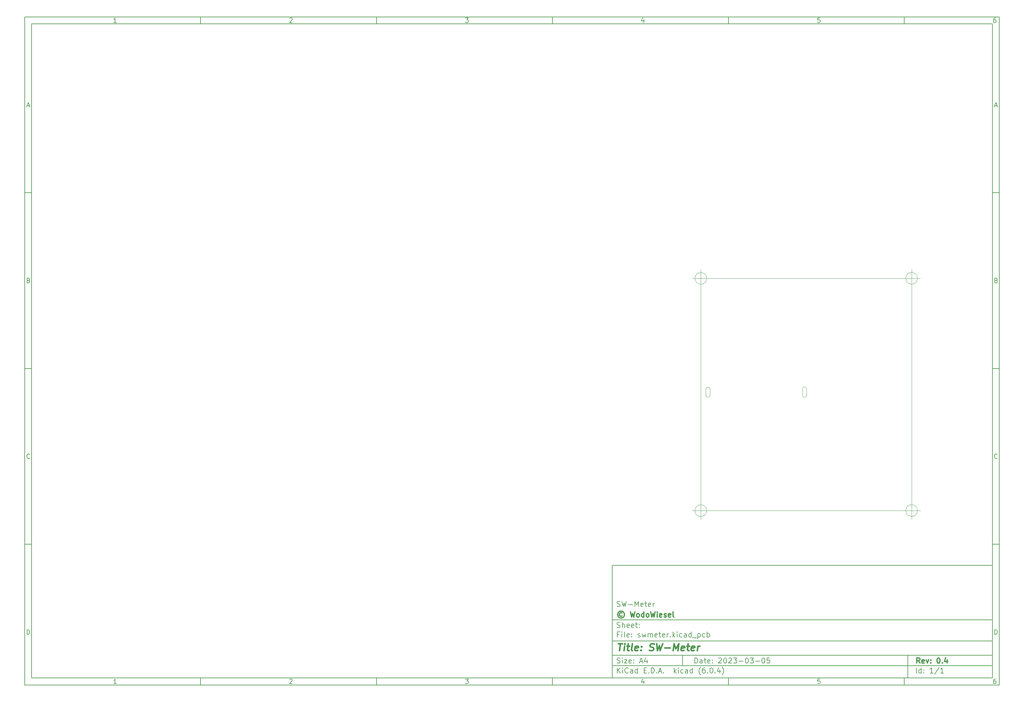
<source format=gbr>
%TF.GenerationSoftware,KiCad,Pcbnew,(6.0.4)*%
%TF.CreationDate,2023-03-04T18:32:15+01:00*%
%TF.ProjectId,swmeter,73776d65-7465-4722-9e6b-696361645f70,0.4*%
%TF.SameCoordinates,PXc0c6960PY8f71310*%
%TF.FileFunction,AssemblyDrawing,Bot*%
%FSLAX46Y46*%
G04 Gerber Fmt 4.6, Leading zero omitted, Abs format (unit mm)*
G04 Created by KiCad (PCBNEW (6.0.4)) date 2023-03-04 18:32:15*
%MOMM*%
%LPD*%
G01*
G04 APERTURE LIST*
%ADD10C,0.100000*%
%ADD11C,0.150000*%
%ADD12C,0.300000*%
%ADD13C,0.400000*%
%TA.AperFunction,Profile*%
%ADD14C,0.100000*%
%TD*%
G04 APERTURE END LIST*
D10*
D11*
X-25137800Y-15597200D02*
X-25137800Y-47597200D01*
X82862200Y-47597200D01*
X82862200Y-15597200D01*
X-25137800Y-15597200D01*
D10*
D11*
X-192140000Y140410000D02*
X-192140000Y-49597200D01*
X84862200Y-49597200D01*
X84862200Y140410000D01*
X-192140000Y140410000D01*
D10*
D11*
X-190140000Y138410000D02*
X-190140000Y-47597200D01*
X82862200Y-47597200D01*
X82862200Y138410000D01*
X-190140000Y138410000D01*
D10*
D11*
X-142140000Y138410000D02*
X-142140000Y140410000D01*
D10*
D11*
X-92140000Y138410000D02*
X-92140000Y140410000D01*
D10*
D11*
X-42140000Y138410000D02*
X-42140000Y140410000D01*
D10*
D11*
X7860000Y138410000D02*
X7860000Y140410000D01*
D10*
D11*
X57860000Y138410000D02*
X57860000Y140410000D01*
D10*
D11*
X-166074524Y138821905D02*
X-166817381Y138821905D01*
X-166445953Y138821905D02*
X-166445953Y140121905D01*
X-166569762Y139936191D01*
X-166693572Y139812381D01*
X-166817381Y139750477D01*
D10*
D11*
X-116817381Y139998096D02*
X-116755477Y140060000D01*
X-116631667Y140121905D01*
X-116322143Y140121905D01*
X-116198334Y140060000D01*
X-116136429Y139998096D01*
X-116074524Y139874286D01*
X-116074524Y139750477D01*
X-116136429Y139564762D01*
X-116879286Y138821905D01*
X-116074524Y138821905D01*
D10*
D11*
X-66879286Y140121905D02*
X-66074524Y140121905D01*
X-66507858Y139626667D01*
X-66322143Y139626667D01*
X-66198334Y139564762D01*
X-66136429Y139502858D01*
X-66074524Y139379048D01*
X-66074524Y139069524D01*
X-66136429Y138945715D01*
X-66198334Y138883810D01*
X-66322143Y138821905D01*
X-66693572Y138821905D01*
X-66817381Y138883810D01*
X-66879286Y138945715D01*
D10*
D11*
X-16198334Y139688572D02*
X-16198334Y138821905D01*
X-16507858Y140183810D02*
X-16817381Y139255239D01*
X-16012620Y139255239D01*
D10*
D11*
X33863571Y140121905D02*
X33244523Y140121905D01*
X33182619Y139502858D01*
X33244523Y139564762D01*
X33368333Y139626667D01*
X33677857Y139626667D01*
X33801666Y139564762D01*
X33863571Y139502858D01*
X33925476Y139379048D01*
X33925476Y139069524D01*
X33863571Y138945715D01*
X33801666Y138883810D01*
X33677857Y138821905D01*
X33368333Y138821905D01*
X33244523Y138883810D01*
X33182619Y138945715D01*
D10*
D11*
X83801666Y140121905D02*
X83554047Y140121905D01*
X83430238Y140060000D01*
X83368333Y139998096D01*
X83244523Y139812381D01*
X83182619Y139564762D01*
X83182619Y139069524D01*
X83244523Y138945715D01*
X83306428Y138883810D01*
X83430238Y138821905D01*
X83677857Y138821905D01*
X83801666Y138883810D01*
X83863571Y138945715D01*
X83925476Y139069524D01*
X83925476Y139379048D01*
X83863571Y139502858D01*
X83801666Y139564762D01*
X83677857Y139626667D01*
X83430238Y139626667D01*
X83306428Y139564762D01*
X83244523Y139502858D01*
X83182619Y139379048D01*
D10*
D11*
X-142140000Y-47597200D02*
X-142140000Y-49597200D01*
D10*
D11*
X-92140000Y-47597200D02*
X-92140000Y-49597200D01*
D10*
D11*
X-42140000Y-47597200D02*
X-42140000Y-49597200D01*
D10*
D11*
X7860000Y-47597200D02*
X7860000Y-49597200D01*
D10*
D11*
X57860000Y-47597200D02*
X57860000Y-49597200D01*
D10*
D11*
X-166074524Y-49185295D02*
X-166817381Y-49185295D01*
X-166445953Y-49185295D02*
X-166445953Y-47885295D01*
X-166569762Y-48071009D01*
X-166693572Y-48194819D01*
X-166817381Y-48256723D01*
D10*
D11*
X-116817381Y-48009104D02*
X-116755477Y-47947200D01*
X-116631667Y-47885295D01*
X-116322143Y-47885295D01*
X-116198334Y-47947200D01*
X-116136429Y-48009104D01*
X-116074524Y-48132914D01*
X-116074524Y-48256723D01*
X-116136429Y-48442438D01*
X-116879286Y-49185295D01*
X-116074524Y-49185295D01*
D10*
D11*
X-66879286Y-47885295D02*
X-66074524Y-47885295D01*
X-66507858Y-48380533D01*
X-66322143Y-48380533D01*
X-66198334Y-48442438D01*
X-66136429Y-48504342D01*
X-66074524Y-48628152D01*
X-66074524Y-48937676D01*
X-66136429Y-49061485D01*
X-66198334Y-49123390D01*
X-66322143Y-49185295D01*
X-66693572Y-49185295D01*
X-66817381Y-49123390D01*
X-66879286Y-49061485D01*
D10*
D11*
X-16198334Y-48318628D02*
X-16198334Y-49185295D01*
X-16507858Y-47823390D02*
X-16817381Y-48751961D01*
X-16012620Y-48751961D01*
D10*
D11*
X33863571Y-47885295D02*
X33244523Y-47885295D01*
X33182619Y-48504342D01*
X33244523Y-48442438D01*
X33368333Y-48380533D01*
X33677857Y-48380533D01*
X33801666Y-48442438D01*
X33863571Y-48504342D01*
X33925476Y-48628152D01*
X33925476Y-48937676D01*
X33863571Y-49061485D01*
X33801666Y-49123390D01*
X33677857Y-49185295D01*
X33368333Y-49185295D01*
X33244523Y-49123390D01*
X33182619Y-49061485D01*
D10*
D11*
X83801666Y-47885295D02*
X83554047Y-47885295D01*
X83430238Y-47947200D01*
X83368333Y-48009104D01*
X83244523Y-48194819D01*
X83182619Y-48442438D01*
X83182619Y-48937676D01*
X83244523Y-49061485D01*
X83306428Y-49123390D01*
X83430238Y-49185295D01*
X83677857Y-49185295D01*
X83801666Y-49123390D01*
X83863571Y-49061485D01*
X83925476Y-48937676D01*
X83925476Y-48628152D01*
X83863571Y-48504342D01*
X83801666Y-48442438D01*
X83677857Y-48380533D01*
X83430238Y-48380533D01*
X83306428Y-48442438D01*
X83244523Y-48504342D01*
X83182619Y-48628152D01*
D10*
D11*
X-192140000Y90410000D02*
X-190140000Y90410000D01*
D10*
D11*
X-192140000Y40410000D02*
X-190140000Y40410000D01*
D10*
D11*
X-192140000Y-9590000D02*
X-190140000Y-9590000D01*
D10*
D11*
X-191449524Y115193334D02*
X-190830477Y115193334D01*
X-191573334Y114821905D02*
X-191140000Y116121905D01*
X-190706667Y114821905D01*
D10*
D11*
X-191047143Y65502858D02*
X-190861429Y65440953D01*
X-190799524Y65379048D01*
X-190737620Y65255239D01*
X-190737620Y65069524D01*
X-190799524Y64945715D01*
X-190861429Y64883810D01*
X-190985239Y64821905D01*
X-191480477Y64821905D01*
X-191480477Y66121905D01*
X-191047143Y66121905D01*
X-190923334Y66060000D01*
X-190861429Y65998096D01*
X-190799524Y65874286D01*
X-190799524Y65750477D01*
X-190861429Y65626667D01*
X-190923334Y65564762D01*
X-191047143Y65502858D01*
X-191480477Y65502858D01*
D10*
D11*
X-190737620Y14945715D02*
X-190799524Y14883810D01*
X-190985239Y14821905D01*
X-191109048Y14821905D01*
X-191294762Y14883810D01*
X-191418572Y15007620D01*
X-191480477Y15131429D01*
X-191542381Y15379048D01*
X-191542381Y15564762D01*
X-191480477Y15812381D01*
X-191418572Y15936191D01*
X-191294762Y16060000D01*
X-191109048Y16121905D01*
X-190985239Y16121905D01*
X-190799524Y16060000D01*
X-190737620Y15998096D01*
D10*
D11*
X-191480477Y-35178095D02*
X-191480477Y-33878095D01*
X-191170953Y-33878095D01*
X-190985239Y-33940000D01*
X-190861429Y-34063809D01*
X-190799524Y-34187619D01*
X-190737620Y-34435238D01*
X-190737620Y-34620952D01*
X-190799524Y-34868571D01*
X-190861429Y-34992380D01*
X-190985239Y-35116190D01*
X-191170953Y-35178095D01*
X-191480477Y-35178095D01*
D10*
D11*
X84862200Y90410000D02*
X82862200Y90410000D01*
D10*
D11*
X84862200Y40410000D02*
X82862200Y40410000D01*
D10*
D11*
X84862200Y-9590000D02*
X82862200Y-9590000D01*
D10*
D11*
X83552676Y115193334D02*
X84171723Y115193334D01*
X83428866Y114821905D02*
X83862200Y116121905D01*
X84295533Y114821905D01*
D10*
D11*
X83955057Y65502858D02*
X84140771Y65440953D01*
X84202676Y65379048D01*
X84264580Y65255239D01*
X84264580Y65069524D01*
X84202676Y64945715D01*
X84140771Y64883810D01*
X84016961Y64821905D01*
X83521723Y64821905D01*
X83521723Y66121905D01*
X83955057Y66121905D01*
X84078866Y66060000D01*
X84140771Y65998096D01*
X84202676Y65874286D01*
X84202676Y65750477D01*
X84140771Y65626667D01*
X84078866Y65564762D01*
X83955057Y65502858D01*
X83521723Y65502858D01*
D10*
D11*
X84264580Y14945715D02*
X84202676Y14883810D01*
X84016961Y14821905D01*
X83893152Y14821905D01*
X83707438Y14883810D01*
X83583628Y15007620D01*
X83521723Y15131429D01*
X83459819Y15379048D01*
X83459819Y15564762D01*
X83521723Y15812381D01*
X83583628Y15936191D01*
X83707438Y16060000D01*
X83893152Y16121905D01*
X84016961Y16121905D01*
X84202676Y16060000D01*
X84264580Y15998096D01*
D10*
D11*
X83521723Y-35178095D02*
X83521723Y-33878095D01*
X83831247Y-33878095D01*
X84016961Y-33940000D01*
X84140771Y-34063809D01*
X84202676Y-34187619D01*
X84264580Y-34435238D01*
X84264580Y-34620952D01*
X84202676Y-34868571D01*
X84140771Y-34992380D01*
X84016961Y-35116190D01*
X83831247Y-35178095D01*
X83521723Y-35178095D01*
D10*
D11*
X-1705658Y-43375771D02*
X-1705658Y-41875771D01*
X-1348515Y-41875771D01*
X-1134229Y-41947200D01*
X-991372Y-42090057D01*
X-919943Y-42232914D01*
X-848515Y-42518628D01*
X-848515Y-42732914D01*
X-919943Y-43018628D01*
X-991372Y-43161485D01*
X-1134229Y-43304342D01*
X-1348515Y-43375771D01*
X-1705658Y-43375771D01*
X437200Y-43375771D02*
X437200Y-42590057D01*
X365771Y-42447200D01*
X222914Y-42375771D01*
X-62800Y-42375771D01*
X-205658Y-42447200D01*
X437200Y-43304342D02*
X294342Y-43375771D01*
X-62800Y-43375771D01*
X-205658Y-43304342D01*
X-277086Y-43161485D01*
X-277086Y-43018628D01*
X-205658Y-42875771D01*
X-62800Y-42804342D01*
X294342Y-42804342D01*
X437200Y-42732914D01*
X937200Y-42375771D02*
X1508628Y-42375771D01*
X1151485Y-41875771D02*
X1151485Y-43161485D01*
X1222914Y-43304342D01*
X1365771Y-43375771D01*
X1508628Y-43375771D01*
X2580057Y-43304342D02*
X2437200Y-43375771D01*
X2151485Y-43375771D01*
X2008628Y-43304342D01*
X1937200Y-43161485D01*
X1937200Y-42590057D01*
X2008628Y-42447200D01*
X2151485Y-42375771D01*
X2437200Y-42375771D01*
X2580057Y-42447200D01*
X2651485Y-42590057D01*
X2651485Y-42732914D01*
X1937200Y-42875771D01*
X3294342Y-43232914D02*
X3365771Y-43304342D01*
X3294342Y-43375771D01*
X3222914Y-43304342D01*
X3294342Y-43232914D01*
X3294342Y-43375771D01*
X3294342Y-42447200D02*
X3365771Y-42518628D01*
X3294342Y-42590057D01*
X3222914Y-42518628D01*
X3294342Y-42447200D01*
X3294342Y-42590057D01*
X5080057Y-42018628D02*
X5151485Y-41947200D01*
X5294342Y-41875771D01*
X5651485Y-41875771D01*
X5794342Y-41947200D01*
X5865771Y-42018628D01*
X5937200Y-42161485D01*
X5937200Y-42304342D01*
X5865771Y-42518628D01*
X5008628Y-43375771D01*
X5937200Y-43375771D01*
X6865771Y-41875771D02*
X7008628Y-41875771D01*
X7151485Y-41947200D01*
X7222914Y-42018628D01*
X7294342Y-42161485D01*
X7365771Y-42447200D01*
X7365771Y-42804342D01*
X7294342Y-43090057D01*
X7222914Y-43232914D01*
X7151485Y-43304342D01*
X7008628Y-43375771D01*
X6865771Y-43375771D01*
X6722914Y-43304342D01*
X6651485Y-43232914D01*
X6580057Y-43090057D01*
X6508628Y-42804342D01*
X6508628Y-42447200D01*
X6580057Y-42161485D01*
X6651485Y-42018628D01*
X6722914Y-41947200D01*
X6865771Y-41875771D01*
X7937200Y-42018628D02*
X8008628Y-41947200D01*
X8151485Y-41875771D01*
X8508628Y-41875771D01*
X8651485Y-41947200D01*
X8722914Y-42018628D01*
X8794342Y-42161485D01*
X8794342Y-42304342D01*
X8722914Y-42518628D01*
X7865771Y-43375771D01*
X8794342Y-43375771D01*
X9294342Y-41875771D02*
X10222914Y-41875771D01*
X9722914Y-42447200D01*
X9937200Y-42447200D01*
X10080057Y-42518628D01*
X10151485Y-42590057D01*
X10222914Y-42732914D01*
X10222914Y-43090057D01*
X10151485Y-43232914D01*
X10080057Y-43304342D01*
X9937200Y-43375771D01*
X9508628Y-43375771D01*
X9365771Y-43304342D01*
X9294342Y-43232914D01*
X10865771Y-42804342D02*
X12008628Y-42804342D01*
X13008628Y-41875771D02*
X13151485Y-41875771D01*
X13294342Y-41947200D01*
X13365771Y-42018628D01*
X13437200Y-42161485D01*
X13508628Y-42447200D01*
X13508628Y-42804342D01*
X13437200Y-43090057D01*
X13365771Y-43232914D01*
X13294342Y-43304342D01*
X13151485Y-43375771D01*
X13008628Y-43375771D01*
X12865771Y-43304342D01*
X12794342Y-43232914D01*
X12722914Y-43090057D01*
X12651485Y-42804342D01*
X12651485Y-42447200D01*
X12722914Y-42161485D01*
X12794342Y-42018628D01*
X12865771Y-41947200D01*
X13008628Y-41875771D01*
X14008628Y-41875771D02*
X14937200Y-41875771D01*
X14437200Y-42447200D01*
X14651485Y-42447200D01*
X14794342Y-42518628D01*
X14865771Y-42590057D01*
X14937200Y-42732914D01*
X14937200Y-43090057D01*
X14865771Y-43232914D01*
X14794342Y-43304342D01*
X14651485Y-43375771D01*
X14222914Y-43375771D01*
X14080057Y-43304342D01*
X14008628Y-43232914D01*
X15580057Y-42804342D02*
X16722914Y-42804342D01*
X17722914Y-41875771D02*
X17865771Y-41875771D01*
X18008628Y-41947200D01*
X18080057Y-42018628D01*
X18151485Y-42161485D01*
X18222914Y-42447200D01*
X18222914Y-42804342D01*
X18151485Y-43090057D01*
X18080057Y-43232914D01*
X18008628Y-43304342D01*
X17865771Y-43375771D01*
X17722914Y-43375771D01*
X17580057Y-43304342D01*
X17508628Y-43232914D01*
X17437200Y-43090057D01*
X17365771Y-42804342D01*
X17365771Y-42447200D01*
X17437200Y-42161485D01*
X17508628Y-42018628D01*
X17580057Y-41947200D01*
X17722914Y-41875771D01*
X19580057Y-41875771D02*
X18865771Y-41875771D01*
X18794342Y-42590057D01*
X18865771Y-42518628D01*
X19008628Y-42447200D01*
X19365771Y-42447200D01*
X19508628Y-42518628D01*
X19580057Y-42590057D01*
X19651485Y-42732914D01*
X19651485Y-43090057D01*
X19580057Y-43232914D01*
X19508628Y-43304342D01*
X19365771Y-43375771D01*
X19008628Y-43375771D01*
X18865771Y-43304342D01*
X18794342Y-43232914D01*
D10*
D11*
X-25137800Y-44097200D02*
X82862200Y-44097200D01*
D10*
D11*
X-23705658Y-46175771D02*
X-23705658Y-44675771D01*
X-22848515Y-46175771D02*
X-23491372Y-45318628D01*
X-22848515Y-44675771D02*
X-23705658Y-45532914D01*
X-22205658Y-46175771D02*
X-22205658Y-45175771D01*
X-22205658Y-44675771D02*
X-22277086Y-44747200D01*
X-22205658Y-44818628D01*
X-22134229Y-44747200D01*
X-22205658Y-44675771D01*
X-22205658Y-44818628D01*
X-20634229Y-46032914D02*
X-20705658Y-46104342D01*
X-20919943Y-46175771D01*
X-21062800Y-46175771D01*
X-21277086Y-46104342D01*
X-21419943Y-45961485D01*
X-21491372Y-45818628D01*
X-21562800Y-45532914D01*
X-21562800Y-45318628D01*
X-21491372Y-45032914D01*
X-21419943Y-44890057D01*
X-21277086Y-44747200D01*
X-21062800Y-44675771D01*
X-20919943Y-44675771D01*
X-20705658Y-44747200D01*
X-20634229Y-44818628D01*
X-19348515Y-46175771D02*
X-19348515Y-45390057D01*
X-19419943Y-45247200D01*
X-19562800Y-45175771D01*
X-19848515Y-45175771D01*
X-19991372Y-45247200D01*
X-19348515Y-46104342D02*
X-19491372Y-46175771D01*
X-19848515Y-46175771D01*
X-19991372Y-46104342D01*
X-20062800Y-45961485D01*
X-20062800Y-45818628D01*
X-19991372Y-45675771D01*
X-19848515Y-45604342D01*
X-19491372Y-45604342D01*
X-19348515Y-45532914D01*
X-17991372Y-46175771D02*
X-17991372Y-44675771D01*
X-17991372Y-46104342D02*
X-18134229Y-46175771D01*
X-18419943Y-46175771D01*
X-18562800Y-46104342D01*
X-18634229Y-46032914D01*
X-18705658Y-45890057D01*
X-18705658Y-45461485D01*
X-18634229Y-45318628D01*
X-18562800Y-45247200D01*
X-18419943Y-45175771D01*
X-18134229Y-45175771D01*
X-17991372Y-45247200D01*
X-16134229Y-45390057D02*
X-15634229Y-45390057D01*
X-15419943Y-46175771D02*
X-16134229Y-46175771D01*
X-16134229Y-44675771D01*
X-15419943Y-44675771D01*
X-14777086Y-46032914D02*
X-14705658Y-46104342D01*
X-14777086Y-46175771D01*
X-14848515Y-46104342D01*
X-14777086Y-46032914D01*
X-14777086Y-46175771D01*
X-14062800Y-46175771D02*
X-14062800Y-44675771D01*
X-13705658Y-44675771D01*
X-13491372Y-44747200D01*
X-13348515Y-44890057D01*
X-13277086Y-45032914D01*
X-13205658Y-45318628D01*
X-13205658Y-45532914D01*
X-13277086Y-45818628D01*
X-13348515Y-45961485D01*
X-13491372Y-46104342D01*
X-13705658Y-46175771D01*
X-14062800Y-46175771D01*
X-12562800Y-46032914D02*
X-12491372Y-46104342D01*
X-12562800Y-46175771D01*
X-12634229Y-46104342D01*
X-12562800Y-46032914D01*
X-12562800Y-46175771D01*
X-11919943Y-45747200D02*
X-11205658Y-45747200D01*
X-12062800Y-46175771D02*
X-11562800Y-44675771D01*
X-11062800Y-46175771D01*
X-10562800Y-46032914D02*
X-10491372Y-46104342D01*
X-10562800Y-46175771D01*
X-10634229Y-46104342D01*
X-10562800Y-46032914D01*
X-10562800Y-46175771D01*
X-7562800Y-46175771D02*
X-7562800Y-44675771D01*
X-7419943Y-45604342D02*
X-6991372Y-46175771D01*
X-6991372Y-45175771D02*
X-7562800Y-45747200D01*
X-6348515Y-46175771D02*
X-6348515Y-45175771D01*
X-6348515Y-44675771D02*
X-6419943Y-44747200D01*
X-6348515Y-44818628D01*
X-6277086Y-44747200D01*
X-6348515Y-44675771D01*
X-6348515Y-44818628D01*
X-4991372Y-46104342D02*
X-5134229Y-46175771D01*
X-5419943Y-46175771D01*
X-5562800Y-46104342D01*
X-5634229Y-46032914D01*
X-5705658Y-45890057D01*
X-5705658Y-45461485D01*
X-5634229Y-45318628D01*
X-5562800Y-45247200D01*
X-5419943Y-45175771D01*
X-5134229Y-45175771D01*
X-4991372Y-45247200D01*
X-3705658Y-46175771D02*
X-3705658Y-45390057D01*
X-3777086Y-45247200D01*
X-3919943Y-45175771D01*
X-4205658Y-45175771D01*
X-4348515Y-45247200D01*
X-3705658Y-46104342D02*
X-3848515Y-46175771D01*
X-4205658Y-46175771D01*
X-4348515Y-46104342D01*
X-4419943Y-45961485D01*
X-4419943Y-45818628D01*
X-4348515Y-45675771D01*
X-4205658Y-45604342D01*
X-3848515Y-45604342D01*
X-3705658Y-45532914D01*
X-2348515Y-46175771D02*
X-2348515Y-44675771D01*
X-2348515Y-46104342D02*
X-2491372Y-46175771D01*
X-2777086Y-46175771D01*
X-2919943Y-46104342D01*
X-2991372Y-46032914D01*
X-3062800Y-45890057D01*
X-3062800Y-45461485D01*
X-2991372Y-45318628D01*
X-2919943Y-45247200D01*
X-2777086Y-45175771D01*
X-2491372Y-45175771D01*
X-2348515Y-45247200D01*
X-62800Y-46747200D02*
X-134229Y-46675771D01*
X-277086Y-46461485D01*
X-348515Y-46318628D01*
X-419943Y-46104342D01*
X-491372Y-45747200D01*
X-491372Y-45461485D01*
X-419943Y-45104342D01*
X-348515Y-44890057D01*
X-277086Y-44747200D01*
X-134229Y-44532914D01*
X-62800Y-44461485D01*
X1151485Y-44675771D02*
X865771Y-44675771D01*
X722914Y-44747200D01*
X651485Y-44818628D01*
X508628Y-45032914D01*
X437200Y-45318628D01*
X437200Y-45890057D01*
X508628Y-46032914D01*
X580057Y-46104342D01*
X722914Y-46175771D01*
X1008628Y-46175771D01*
X1151485Y-46104342D01*
X1222914Y-46032914D01*
X1294342Y-45890057D01*
X1294342Y-45532914D01*
X1222914Y-45390057D01*
X1151485Y-45318628D01*
X1008628Y-45247200D01*
X722914Y-45247200D01*
X580057Y-45318628D01*
X508628Y-45390057D01*
X437200Y-45532914D01*
X1937200Y-46032914D02*
X2008628Y-46104342D01*
X1937200Y-46175771D01*
X1865771Y-46104342D01*
X1937200Y-46032914D01*
X1937200Y-46175771D01*
X2937200Y-44675771D02*
X3080057Y-44675771D01*
X3222914Y-44747200D01*
X3294342Y-44818628D01*
X3365771Y-44961485D01*
X3437200Y-45247200D01*
X3437200Y-45604342D01*
X3365771Y-45890057D01*
X3294342Y-46032914D01*
X3222914Y-46104342D01*
X3080057Y-46175771D01*
X2937200Y-46175771D01*
X2794342Y-46104342D01*
X2722914Y-46032914D01*
X2651485Y-45890057D01*
X2580057Y-45604342D01*
X2580057Y-45247200D01*
X2651485Y-44961485D01*
X2722914Y-44818628D01*
X2794342Y-44747200D01*
X2937200Y-44675771D01*
X4080057Y-46032914D02*
X4151485Y-46104342D01*
X4080057Y-46175771D01*
X4008628Y-46104342D01*
X4080057Y-46032914D01*
X4080057Y-46175771D01*
X5437200Y-45175771D02*
X5437200Y-46175771D01*
X5080057Y-44604342D02*
X4722914Y-45675771D01*
X5651485Y-45675771D01*
X6080057Y-46747200D02*
X6151485Y-46675771D01*
X6294342Y-46461485D01*
X6365771Y-46318628D01*
X6437200Y-46104342D01*
X6508628Y-45747200D01*
X6508628Y-45461485D01*
X6437200Y-45104342D01*
X6365771Y-44890057D01*
X6294342Y-44747200D01*
X6151485Y-44532914D01*
X6080057Y-44461485D01*
D10*
D11*
X-25137800Y-41097200D02*
X82862200Y-41097200D01*
D10*
D12*
X62271485Y-43375771D02*
X61771485Y-42661485D01*
X61414342Y-43375771D02*
X61414342Y-41875771D01*
X61985771Y-41875771D01*
X62128628Y-41947200D01*
X62200057Y-42018628D01*
X62271485Y-42161485D01*
X62271485Y-42375771D01*
X62200057Y-42518628D01*
X62128628Y-42590057D01*
X61985771Y-42661485D01*
X61414342Y-42661485D01*
X63485771Y-43304342D02*
X63342914Y-43375771D01*
X63057200Y-43375771D01*
X62914342Y-43304342D01*
X62842914Y-43161485D01*
X62842914Y-42590057D01*
X62914342Y-42447200D01*
X63057200Y-42375771D01*
X63342914Y-42375771D01*
X63485771Y-42447200D01*
X63557200Y-42590057D01*
X63557200Y-42732914D01*
X62842914Y-42875771D01*
X64057200Y-42375771D02*
X64414342Y-43375771D01*
X64771485Y-42375771D01*
X65342914Y-43232914D02*
X65414342Y-43304342D01*
X65342914Y-43375771D01*
X65271485Y-43304342D01*
X65342914Y-43232914D01*
X65342914Y-43375771D01*
X65342914Y-42447200D02*
X65414342Y-42518628D01*
X65342914Y-42590057D01*
X65271485Y-42518628D01*
X65342914Y-42447200D01*
X65342914Y-42590057D01*
X67485771Y-41875771D02*
X67628628Y-41875771D01*
X67771485Y-41947200D01*
X67842914Y-42018628D01*
X67914342Y-42161485D01*
X67985771Y-42447200D01*
X67985771Y-42804342D01*
X67914342Y-43090057D01*
X67842914Y-43232914D01*
X67771485Y-43304342D01*
X67628628Y-43375771D01*
X67485771Y-43375771D01*
X67342914Y-43304342D01*
X67271485Y-43232914D01*
X67200057Y-43090057D01*
X67128628Y-42804342D01*
X67128628Y-42447200D01*
X67200057Y-42161485D01*
X67271485Y-42018628D01*
X67342914Y-41947200D01*
X67485771Y-41875771D01*
X68628628Y-43232914D02*
X68700057Y-43304342D01*
X68628628Y-43375771D01*
X68557200Y-43304342D01*
X68628628Y-43232914D01*
X68628628Y-43375771D01*
X69985771Y-42375771D02*
X69985771Y-43375771D01*
X69628628Y-41804342D02*
X69271485Y-42875771D01*
X70200057Y-42875771D01*
D10*
D11*
X-23777086Y-43304342D02*
X-23562800Y-43375771D01*
X-23205658Y-43375771D01*
X-23062800Y-43304342D01*
X-22991372Y-43232914D01*
X-22919943Y-43090057D01*
X-22919943Y-42947200D01*
X-22991372Y-42804342D01*
X-23062800Y-42732914D01*
X-23205658Y-42661485D01*
X-23491372Y-42590057D01*
X-23634229Y-42518628D01*
X-23705658Y-42447200D01*
X-23777086Y-42304342D01*
X-23777086Y-42161485D01*
X-23705658Y-42018628D01*
X-23634229Y-41947200D01*
X-23491372Y-41875771D01*
X-23134229Y-41875771D01*
X-22919943Y-41947200D01*
X-22277086Y-43375771D02*
X-22277086Y-42375771D01*
X-22277086Y-41875771D02*
X-22348515Y-41947200D01*
X-22277086Y-42018628D01*
X-22205658Y-41947200D01*
X-22277086Y-41875771D01*
X-22277086Y-42018628D01*
X-21705658Y-42375771D02*
X-20919943Y-42375771D01*
X-21705658Y-43375771D01*
X-20919943Y-43375771D01*
X-19777086Y-43304342D02*
X-19919943Y-43375771D01*
X-20205658Y-43375771D01*
X-20348515Y-43304342D01*
X-20419943Y-43161485D01*
X-20419943Y-42590057D01*
X-20348515Y-42447200D01*
X-20205658Y-42375771D01*
X-19919943Y-42375771D01*
X-19777086Y-42447200D01*
X-19705658Y-42590057D01*
X-19705658Y-42732914D01*
X-20419943Y-42875771D01*
X-19062800Y-43232914D02*
X-18991372Y-43304342D01*
X-19062800Y-43375771D01*
X-19134229Y-43304342D01*
X-19062800Y-43232914D01*
X-19062800Y-43375771D01*
X-19062800Y-42447200D02*
X-18991372Y-42518628D01*
X-19062800Y-42590057D01*
X-19134229Y-42518628D01*
X-19062800Y-42447200D01*
X-19062800Y-42590057D01*
X-17277086Y-42947200D02*
X-16562800Y-42947200D01*
X-17419943Y-43375771D02*
X-16919943Y-41875771D01*
X-16419943Y-43375771D01*
X-15277086Y-42375771D02*
X-15277086Y-43375771D01*
X-15634229Y-41804342D02*
X-15991372Y-42875771D01*
X-15062800Y-42875771D01*
D10*
D11*
X61294342Y-46175771D02*
X61294342Y-44675771D01*
X62651485Y-46175771D02*
X62651485Y-44675771D01*
X62651485Y-46104342D02*
X62508628Y-46175771D01*
X62222914Y-46175771D01*
X62080057Y-46104342D01*
X62008628Y-46032914D01*
X61937200Y-45890057D01*
X61937200Y-45461485D01*
X62008628Y-45318628D01*
X62080057Y-45247200D01*
X62222914Y-45175771D01*
X62508628Y-45175771D01*
X62651485Y-45247200D01*
X63365771Y-46032914D02*
X63437200Y-46104342D01*
X63365771Y-46175771D01*
X63294342Y-46104342D01*
X63365771Y-46032914D01*
X63365771Y-46175771D01*
X63365771Y-45247200D02*
X63437200Y-45318628D01*
X63365771Y-45390057D01*
X63294342Y-45318628D01*
X63365771Y-45247200D01*
X63365771Y-45390057D01*
X66008628Y-46175771D02*
X65151485Y-46175771D01*
X65580057Y-46175771D02*
X65580057Y-44675771D01*
X65437200Y-44890057D01*
X65294342Y-45032914D01*
X65151485Y-45104342D01*
X67722914Y-44604342D02*
X66437200Y-46532914D01*
X69008628Y-46175771D02*
X68151485Y-46175771D01*
X68580057Y-46175771D02*
X68580057Y-44675771D01*
X68437200Y-44890057D01*
X68294342Y-45032914D01*
X68151485Y-45104342D01*
D10*
D11*
X-25137800Y-37097200D02*
X82862200Y-37097200D01*
D10*
D13*
X-23425420Y-37801961D02*
X-22282562Y-37801961D01*
X-23103991Y-39801961D02*
X-22853991Y-37801961D01*
X-21865896Y-39801961D02*
X-21699229Y-38468628D01*
X-21615896Y-37801961D02*
X-21723039Y-37897200D01*
X-21639705Y-37992438D01*
X-21532562Y-37897200D01*
X-21615896Y-37801961D01*
X-21639705Y-37992438D01*
X-21032562Y-38468628D02*
X-20270658Y-38468628D01*
X-20663515Y-37801961D02*
X-20877800Y-39516247D01*
X-20806372Y-39706723D01*
X-20627800Y-39801961D01*
X-20437324Y-39801961D01*
X-19484943Y-39801961D02*
X-19663515Y-39706723D01*
X-19734943Y-39516247D01*
X-19520658Y-37801961D01*
X-17949229Y-39706723D02*
X-18151610Y-39801961D01*
X-18532562Y-39801961D01*
X-18711134Y-39706723D01*
X-18782562Y-39516247D01*
X-18687324Y-38754342D01*
X-18568277Y-38563866D01*
X-18365896Y-38468628D01*
X-17984943Y-38468628D01*
X-17806372Y-38563866D01*
X-17734943Y-38754342D01*
X-17758753Y-38944819D01*
X-18734943Y-39135295D01*
X-16984943Y-39611485D02*
X-16901610Y-39706723D01*
X-17008753Y-39801961D01*
X-17092086Y-39706723D01*
X-16984943Y-39611485D01*
X-17008753Y-39801961D01*
X-16853991Y-38563866D02*
X-16770658Y-38659104D01*
X-16877800Y-38754342D01*
X-16961134Y-38659104D01*
X-16853991Y-38563866D01*
X-16877800Y-38754342D01*
X-14615896Y-39706723D02*
X-14342086Y-39801961D01*
X-13865896Y-39801961D01*
X-13663515Y-39706723D01*
X-13556372Y-39611485D01*
X-13437324Y-39421009D01*
X-13413515Y-39230533D01*
X-13484943Y-39040057D01*
X-13568277Y-38944819D01*
X-13746848Y-38849580D01*
X-14115896Y-38754342D01*
X-14294467Y-38659104D01*
X-14377800Y-38563866D01*
X-14449229Y-38373390D01*
X-14425420Y-38182914D01*
X-14306372Y-37992438D01*
X-14199229Y-37897200D01*
X-13996848Y-37801961D01*
X-13520658Y-37801961D01*
X-13246848Y-37897200D01*
X-12568277Y-37801961D02*
X-12342086Y-39801961D01*
X-11782562Y-38373390D01*
X-11580181Y-39801961D01*
X-10853991Y-37801961D01*
X-10246848Y-39040057D02*
X-8723039Y-39040057D01*
X-7865896Y-39801961D02*
X-7615896Y-37801961D01*
X-7127800Y-39230533D01*
X-6282562Y-37801961D01*
X-6532562Y-39801961D01*
X-4806372Y-39706723D02*
X-5008753Y-39801961D01*
X-5389705Y-39801961D01*
X-5568277Y-39706723D01*
X-5639705Y-39516247D01*
X-5544467Y-38754342D01*
X-5425420Y-38563866D01*
X-5223039Y-38468628D01*
X-4842086Y-38468628D01*
X-4663515Y-38563866D01*
X-4592086Y-38754342D01*
X-4615896Y-38944819D01*
X-5592086Y-39135295D01*
X-3984943Y-38468628D02*
X-3223039Y-38468628D01*
X-3615896Y-37801961D02*
X-3830181Y-39516247D01*
X-3758753Y-39706723D01*
X-3580181Y-39801961D01*
X-3389705Y-39801961D01*
X-1949229Y-39706723D02*
X-2151610Y-39801961D01*
X-2532562Y-39801961D01*
X-2711134Y-39706723D01*
X-2782562Y-39516247D01*
X-2687324Y-38754342D01*
X-2568277Y-38563866D01*
X-2365896Y-38468628D01*
X-1984943Y-38468628D01*
X-1806372Y-38563866D01*
X-1734943Y-38754342D01*
X-1758753Y-38944819D01*
X-2734943Y-39135295D01*
X-1008753Y-39801961D02*
X-842086Y-38468628D01*
X-889705Y-38849580D02*
X-770658Y-38659104D01*
X-663515Y-38563866D01*
X-461134Y-38468628D01*
X-270658Y-38468628D01*
D10*
D11*
X-23205658Y-35190057D02*
X-23705658Y-35190057D01*
X-23705658Y-35975771D02*
X-23705658Y-34475771D01*
X-22991372Y-34475771D01*
X-22419943Y-35975771D02*
X-22419943Y-34975771D01*
X-22419943Y-34475771D02*
X-22491372Y-34547200D01*
X-22419943Y-34618628D01*
X-22348515Y-34547200D01*
X-22419943Y-34475771D01*
X-22419943Y-34618628D01*
X-21491372Y-35975771D02*
X-21634229Y-35904342D01*
X-21705658Y-35761485D01*
X-21705658Y-34475771D01*
X-20348515Y-35904342D02*
X-20491372Y-35975771D01*
X-20777086Y-35975771D01*
X-20919943Y-35904342D01*
X-20991372Y-35761485D01*
X-20991372Y-35190057D01*
X-20919943Y-35047200D01*
X-20777086Y-34975771D01*
X-20491372Y-34975771D01*
X-20348515Y-35047200D01*
X-20277086Y-35190057D01*
X-20277086Y-35332914D01*
X-20991372Y-35475771D01*
X-19634229Y-35832914D02*
X-19562800Y-35904342D01*
X-19634229Y-35975771D01*
X-19705658Y-35904342D01*
X-19634229Y-35832914D01*
X-19634229Y-35975771D01*
X-19634229Y-35047200D02*
X-19562800Y-35118628D01*
X-19634229Y-35190057D01*
X-19705658Y-35118628D01*
X-19634229Y-35047200D01*
X-19634229Y-35190057D01*
X-17848515Y-35904342D02*
X-17705658Y-35975771D01*
X-17419943Y-35975771D01*
X-17277086Y-35904342D01*
X-17205658Y-35761485D01*
X-17205658Y-35690057D01*
X-17277086Y-35547200D01*
X-17419943Y-35475771D01*
X-17634229Y-35475771D01*
X-17777086Y-35404342D01*
X-17848515Y-35261485D01*
X-17848515Y-35190057D01*
X-17777086Y-35047200D01*
X-17634229Y-34975771D01*
X-17419943Y-34975771D01*
X-17277086Y-35047200D01*
X-16705658Y-34975771D02*
X-16419943Y-35975771D01*
X-16134229Y-35261485D01*
X-15848515Y-35975771D01*
X-15562800Y-34975771D01*
X-14991372Y-35975771D02*
X-14991372Y-34975771D01*
X-14991372Y-35118628D02*
X-14919943Y-35047200D01*
X-14777086Y-34975771D01*
X-14562800Y-34975771D01*
X-14419943Y-35047200D01*
X-14348515Y-35190057D01*
X-14348515Y-35975771D01*
X-14348515Y-35190057D02*
X-14277086Y-35047200D01*
X-14134229Y-34975771D01*
X-13919943Y-34975771D01*
X-13777086Y-35047200D01*
X-13705658Y-35190057D01*
X-13705658Y-35975771D01*
X-12419943Y-35904342D02*
X-12562800Y-35975771D01*
X-12848515Y-35975771D01*
X-12991372Y-35904342D01*
X-13062800Y-35761485D01*
X-13062800Y-35190057D01*
X-12991372Y-35047200D01*
X-12848515Y-34975771D01*
X-12562800Y-34975771D01*
X-12419943Y-35047200D01*
X-12348515Y-35190057D01*
X-12348515Y-35332914D01*
X-13062800Y-35475771D01*
X-11919943Y-34975771D02*
X-11348515Y-34975771D01*
X-11705658Y-34475771D02*
X-11705658Y-35761485D01*
X-11634229Y-35904342D01*
X-11491372Y-35975771D01*
X-11348515Y-35975771D01*
X-10277086Y-35904342D02*
X-10419943Y-35975771D01*
X-10705658Y-35975771D01*
X-10848515Y-35904342D01*
X-10919943Y-35761485D01*
X-10919943Y-35190057D01*
X-10848515Y-35047200D01*
X-10705658Y-34975771D01*
X-10419943Y-34975771D01*
X-10277086Y-35047200D01*
X-10205658Y-35190057D01*
X-10205658Y-35332914D01*
X-10919943Y-35475771D01*
X-9562800Y-35975771D02*
X-9562800Y-34975771D01*
X-9562800Y-35261485D02*
X-9491372Y-35118628D01*
X-9419943Y-35047200D01*
X-9277086Y-34975771D01*
X-9134229Y-34975771D01*
X-8634229Y-35832914D02*
X-8562800Y-35904342D01*
X-8634229Y-35975771D01*
X-8705658Y-35904342D01*
X-8634229Y-35832914D01*
X-8634229Y-35975771D01*
X-7919943Y-35975771D02*
X-7919943Y-34475771D01*
X-7777086Y-35404342D02*
X-7348515Y-35975771D01*
X-7348515Y-34975771D02*
X-7919943Y-35547200D01*
X-6705658Y-35975771D02*
X-6705658Y-34975771D01*
X-6705658Y-34475771D02*
X-6777086Y-34547200D01*
X-6705658Y-34618628D01*
X-6634229Y-34547200D01*
X-6705658Y-34475771D01*
X-6705658Y-34618628D01*
X-5348515Y-35904342D02*
X-5491372Y-35975771D01*
X-5777086Y-35975771D01*
X-5919943Y-35904342D01*
X-5991372Y-35832914D01*
X-6062800Y-35690057D01*
X-6062800Y-35261485D01*
X-5991372Y-35118628D01*
X-5919943Y-35047200D01*
X-5777086Y-34975771D01*
X-5491372Y-34975771D01*
X-5348515Y-35047200D01*
X-4062800Y-35975771D02*
X-4062800Y-35190057D01*
X-4134229Y-35047200D01*
X-4277086Y-34975771D01*
X-4562800Y-34975771D01*
X-4705658Y-35047200D01*
X-4062800Y-35904342D02*
X-4205658Y-35975771D01*
X-4562800Y-35975771D01*
X-4705658Y-35904342D01*
X-4777086Y-35761485D01*
X-4777086Y-35618628D01*
X-4705658Y-35475771D01*
X-4562800Y-35404342D01*
X-4205658Y-35404342D01*
X-4062800Y-35332914D01*
X-2705658Y-35975771D02*
X-2705658Y-34475771D01*
X-2705658Y-35904342D02*
X-2848515Y-35975771D01*
X-3134229Y-35975771D01*
X-3277086Y-35904342D01*
X-3348515Y-35832914D01*
X-3419943Y-35690057D01*
X-3419943Y-35261485D01*
X-3348515Y-35118628D01*
X-3277086Y-35047200D01*
X-3134229Y-34975771D01*
X-2848515Y-34975771D01*
X-2705658Y-35047200D01*
X-2348515Y-36118628D02*
X-1205658Y-36118628D01*
X-848515Y-34975771D02*
X-848515Y-36475771D01*
X-848515Y-35047200D02*
X-705658Y-34975771D01*
X-419943Y-34975771D01*
X-277086Y-35047200D01*
X-205658Y-35118628D01*
X-134229Y-35261485D01*
X-134229Y-35690057D01*
X-205658Y-35832914D01*
X-277086Y-35904342D01*
X-419943Y-35975771D01*
X-705658Y-35975771D01*
X-848515Y-35904342D01*
X1151485Y-35904342D02*
X1008628Y-35975771D01*
X722914Y-35975771D01*
X580057Y-35904342D01*
X508628Y-35832914D01*
X437200Y-35690057D01*
X437200Y-35261485D01*
X508628Y-35118628D01*
X580057Y-35047200D01*
X722914Y-34975771D01*
X1008628Y-34975771D01*
X1151485Y-35047200D01*
X1794342Y-35975771D02*
X1794342Y-34475771D01*
X1794342Y-35047200D02*
X1937200Y-34975771D01*
X2222914Y-34975771D01*
X2365771Y-35047200D01*
X2437200Y-35118628D01*
X2508628Y-35261485D01*
X2508628Y-35690057D01*
X2437200Y-35832914D01*
X2365771Y-35904342D01*
X2222914Y-35975771D01*
X1937200Y-35975771D01*
X1794342Y-35904342D01*
D10*
D11*
X-25137800Y-31097200D02*
X82862200Y-31097200D01*
D10*
D11*
X-23777086Y-33204342D02*
X-23562800Y-33275771D01*
X-23205658Y-33275771D01*
X-23062800Y-33204342D01*
X-22991372Y-33132914D01*
X-22919943Y-32990057D01*
X-22919943Y-32847200D01*
X-22991372Y-32704342D01*
X-23062800Y-32632914D01*
X-23205658Y-32561485D01*
X-23491372Y-32490057D01*
X-23634229Y-32418628D01*
X-23705658Y-32347200D01*
X-23777086Y-32204342D01*
X-23777086Y-32061485D01*
X-23705658Y-31918628D01*
X-23634229Y-31847200D01*
X-23491372Y-31775771D01*
X-23134229Y-31775771D01*
X-22919943Y-31847200D01*
X-22277086Y-33275771D02*
X-22277086Y-31775771D01*
X-21634229Y-33275771D02*
X-21634229Y-32490057D01*
X-21705658Y-32347200D01*
X-21848515Y-32275771D01*
X-22062800Y-32275771D01*
X-22205658Y-32347200D01*
X-22277086Y-32418628D01*
X-20348515Y-33204342D02*
X-20491372Y-33275771D01*
X-20777086Y-33275771D01*
X-20919943Y-33204342D01*
X-20991372Y-33061485D01*
X-20991372Y-32490057D01*
X-20919943Y-32347200D01*
X-20777086Y-32275771D01*
X-20491372Y-32275771D01*
X-20348515Y-32347200D01*
X-20277086Y-32490057D01*
X-20277086Y-32632914D01*
X-20991372Y-32775771D01*
X-19062800Y-33204342D02*
X-19205658Y-33275771D01*
X-19491372Y-33275771D01*
X-19634229Y-33204342D01*
X-19705658Y-33061485D01*
X-19705658Y-32490057D01*
X-19634229Y-32347200D01*
X-19491372Y-32275771D01*
X-19205658Y-32275771D01*
X-19062800Y-32347200D01*
X-18991372Y-32490057D01*
X-18991372Y-32632914D01*
X-19705658Y-32775771D01*
X-18562800Y-32275771D02*
X-17991372Y-32275771D01*
X-18348515Y-31775771D02*
X-18348515Y-33061485D01*
X-18277086Y-33204342D01*
X-18134229Y-33275771D01*
X-17991372Y-33275771D01*
X-17491372Y-33132914D02*
X-17419943Y-33204342D01*
X-17491372Y-33275771D01*
X-17562800Y-33204342D01*
X-17491372Y-33132914D01*
X-17491372Y-33275771D01*
X-17491372Y-32347200D02*
X-17419943Y-32418628D01*
X-17491372Y-32490057D01*
X-17562800Y-32418628D01*
X-17491372Y-32347200D01*
X-17491372Y-32490057D01*
D10*
D12*
X-22371372Y-29132914D02*
X-22514229Y-29061485D01*
X-22799943Y-29061485D01*
X-22942800Y-29132914D01*
X-23085658Y-29275771D01*
X-23157086Y-29418628D01*
X-23157086Y-29704342D01*
X-23085658Y-29847200D01*
X-22942800Y-29990057D01*
X-22799943Y-30061485D01*
X-22514229Y-30061485D01*
X-22371372Y-29990057D01*
X-22657086Y-28561485D02*
X-23014229Y-28632914D01*
X-23371372Y-28847200D01*
X-23585658Y-29204342D01*
X-23657086Y-29561485D01*
X-23585658Y-29918628D01*
X-23371372Y-30275771D01*
X-23014229Y-30490057D01*
X-22657086Y-30561485D01*
X-22299943Y-30490057D01*
X-21942800Y-30275771D01*
X-21728515Y-29918628D01*
X-21657086Y-29561485D01*
X-21728515Y-29204342D01*
X-21942800Y-28847200D01*
X-22299943Y-28632914D01*
X-22657086Y-28561485D01*
X-20014229Y-28775771D02*
X-19657086Y-30275771D01*
X-19371372Y-29204342D01*
X-19085658Y-30275771D01*
X-18728515Y-28775771D01*
X-17942800Y-30275771D02*
X-18085658Y-30204342D01*
X-18157086Y-30132914D01*
X-18228515Y-29990057D01*
X-18228515Y-29561485D01*
X-18157086Y-29418628D01*
X-18085658Y-29347200D01*
X-17942800Y-29275771D01*
X-17728515Y-29275771D01*
X-17585658Y-29347200D01*
X-17514229Y-29418628D01*
X-17442800Y-29561485D01*
X-17442800Y-29990057D01*
X-17514229Y-30132914D01*
X-17585658Y-30204342D01*
X-17728515Y-30275771D01*
X-17942800Y-30275771D01*
X-16157086Y-30275771D02*
X-16157086Y-28775771D01*
X-16157086Y-30204342D02*
X-16299943Y-30275771D01*
X-16585658Y-30275771D01*
X-16728515Y-30204342D01*
X-16799943Y-30132914D01*
X-16871372Y-29990057D01*
X-16871372Y-29561485D01*
X-16799943Y-29418628D01*
X-16728515Y-29347200D01*
X-16585658Y-29275771D01*
X-16299943Y-29275771D01*
X-16157086Y-29347200D01*
X-15228515Y-30275771D02*
X-15371372Y-30204342D01*
X-15442800Y-30132914D01*
X-15514229Y-29990057D01*
X-15514229Y-29561485D01*
X-15442800Y-29418628D01*
X-15371372Y-29347200D01*
X-15228515Y-29275771D01*
X-15014229Y-29275771D01*
X-14871372Y-29347200D01*
X-14799943Y-29418628D01*
X-14728515Y-29561485D01*
X-14728515Y-29990057D01*
X-14799943Y-30132914D01*
X-14871372Y-30204342D01*
X-15014229Y-30275771D01*
X-15228515Y-30275771D01*
X-14228515Y-28775771D02*
X-13871372Y-30275771D01*
X-13585658Y-29204342D01*
X-13299943Y-30275771D01*
X-12942800Y-28775771D01*
X-12371372Y-30275771D02*
X-12371372Y-29275771D01*
X-12371372Y-28775771D02*
X-12442800Y-28847200D01*
X-12371372Y-28918628D01*
X-12299943Y-28847200D01*
X-12371372Y-28775771D01*
X-12371372Y-28918628D01*
X-11085658Y-30204342D02*
X-11228515Y-30275771D01*
X-11514229Y-30275771D01*
X-11657086Y-30204342D01*
X-11728515Y-30061485D01*
X-11728515Y-29490057D01*
X-11657086Y-29347200D01*
X-11514229Y-29275771D01*
X-11228515Y-29275771D01*
X-11085658Y-29347200D01*
X-11014229Y-29490057D01*
X-11014229Y-29632914D01*
X-11728515Y-29775771D01*
X-10442800Y-30204342D02*
X-10299943Y-30275771D01*
X-10014229Y-30275771D01*
X-9871372Y-30204342D01*
X-9799943Y-30061485D01*
X-9799943Y-29990057D01*
X-9871372Y-29847200D01*
X-10014229Y-29775771D01*
X-10228515Y-29775771D01*
X-10371372Y-29704342D01*
X-10442800Y-29561485D01*
X-10442800Y-29490057D01*
X-10371372Y-29347200D01*
X-10228515Y-29275771D01*
X-10014229Y-29275771D01*
X-9871372Y-29347200D01*
X-8585658Y-30204342D02*
X-8728515Y-30275771D01*
X-9014229Y-30275771D01*
X-9157086Y-30204342D01*
X-9228515Y-30061485D01*
X-9228515Y-29490057D01*
X-9157086Y-29347200D01*
X-9014229Y-29275771D01*
X-8728515Y-29275771D01*
X-8585658Y-29347200D01*
X-8514229Y-29490057D01*
X-8514229Y-29632914D01*
X-9228515Y-29775771D01*
X-7657086Y-30275771D02*
X-7799943Y-30204342D01*
X-7871372Y-30061485D01*
X-7871372Y-28775771D01*
D10*
D11*
X-23777086Y-27204342D02*
X-23562800Y-27275771D01*
X-23205658Y-27275771D01*
X-23062800Y-27204342D01*
X-22991372Y-27132914D01*
X-22919943Y-26990057D01*
X-22919943Y-26847200D01*
X-22991372Y-26704342D01*
X-23062800Y-26632914D01*
X-23205658Y-26561485D01*
X-23491372Y-26490057D01*
X-23634229Y-26418628D01*
X-23705658Y-26347200D01*
X-23777086Y-26204342D01*
X-23777086Y-26061485D01*
X-23705658Y-25918628D01*
X-23634229Y-25847200D01*
X-23491372Y-25775771D01*
X-23134229Y-25775771D01*
X-22919943Y-25847200D01*
X-22419943Y-25775771D02*
X-22062800Y-27275771D01*
X-21777086Y-26204342D01*
X-21491372Y-27275771D01*
X-21134229Y-25775771D01*
X-20562800Y-26704342D02*
X-19419943Y-26704342D01*
X-18705658Y-27275771D02*
X-18705658Y-25775771D01*
X-18205658Y-26847200D01*
X-17705658Y-25775771D01*
X-17705658Y-27275771D01*
X-16419943Y-27204342D02*
X-16562800Y-27275771D01*
X-16848515Y-27275771D01*
X-16991372Y-27204342D01*
X-17062800Y-27061485D01*
X-17062800Y-26490057D01*
X-16991372Y-26347200D01*
X-16848515Y-26275771D01*
X-16562800Y-26275771D01*
X-16419943Y-26347200D01*
X-16348515Y-26490057D01*
X-16348515Y-26632914D01*
X-17062800Y-26775771D01*
X-15919943Y-26275771D02*
X-15348515Y-26275771D01*
X-15705658Y-25775771D02*
X-15705658Y-27061485D01*
X-15634229Y-27204342D01*
X-15491372Y-27275771D01*
X-15348515Y-27275771D01*
X-14277086Y-27204342D02*
X-14419943Y-27275771D01*
X-14705658Y-27275771D01*
X-14848515Y-27204342D01*
X-14919943Y-27061485D01*
X-14919943Y-26490057D01*
X-14848515Y-26347200D01*
X-14705658Y-26275771D01*
X-14419943Y-26275771D01*
X-14277086Y-26347200D01*
X-14205658Y-26490057D01*
X-14205658Y-26632914D01*
X-14919943Y-26775771D01*
X-13562800Y-27275771D02*
X-13562800Y-26275771D01*
X-13562800Y-26561485D02*
X-13491372Y-26418628D01*
X-13419943Y-26347200D01*
X-13277086Y-26275771D01*
X-13134229Y-26275771D01*
D10*
D11*
D10*
D11*
D10*
D11*
D10*
D11*
X-5137800Y-41097200D02*
X-5137800Y-44097200D01*
D10*
D11*
X58862200Y-41097200D02*
X58862200Y-47597200D01*
D14*
X30060000Y34610000D02*
G75*
G03*
X28860000Y34610000I-600000J0D01*
G01*
X59970000Y66020000D02*
X0Y66020000D01*
X0Y66020000D02*
X0Y0D01*
X0Y0D02*
X59970000Y0D01*
X59970000Y0D02*
X59970000Y66020000D01*
X28860000Y32810000D02*
G75*
G03*
X30060000Y32810000I600000J0D01*
G01*
X2610000Y34630000D02*
X2610000Y32830000D01*
X28860000Y34610000D02*
X28860000Y32810000D01*
X2610000Y34630000D02*
G75*
G03*
X1410000Y34630000I-600000J-97600D01*
G01*
X30060000Y34610000D02*
X30060000Y32810000D01*
X1410000Y32830000D02*
G75*
G03*
X2610000Y32830000I600000J0D01*
G01*
X1410000Y34630000D02*
X1410000Y32830000D01*
X61586666Y30000D02*
G75*
G03*
X61586666Y30000I-1666666J0D01*
G01*
X57420000Y30000D02*
X62420000Y30000D01*
X59920000Y2530000D02*
X59920000Y-2470000D01*
X1666666Y0D02*
G75*
G03*
X1666666Y0I-1666666J0D01*
G01*
X-2500000Y0D02*
X2500000Y0D01*
X0Y2500000D02*
X0Y-2500000D01*
X1686666Y66040000D02*
G75*
G03*
X1686666Y66040000I-1666666J0D01*
G01*
X-2480000Y66040000D02*
X2520000Y66040000D01*
X20000Y68540000D02*
X20000Y63540000D01*
X61586666Y66070000D02*
G75*
G03*
X61586666Y66070000I-1666666J0D01*
G01*
X57420000Y66070000D02*
X62420000Y66070000D01*
X59920000Y68570000D02*
X59920000Y63570000D01*
M02*

</source>
